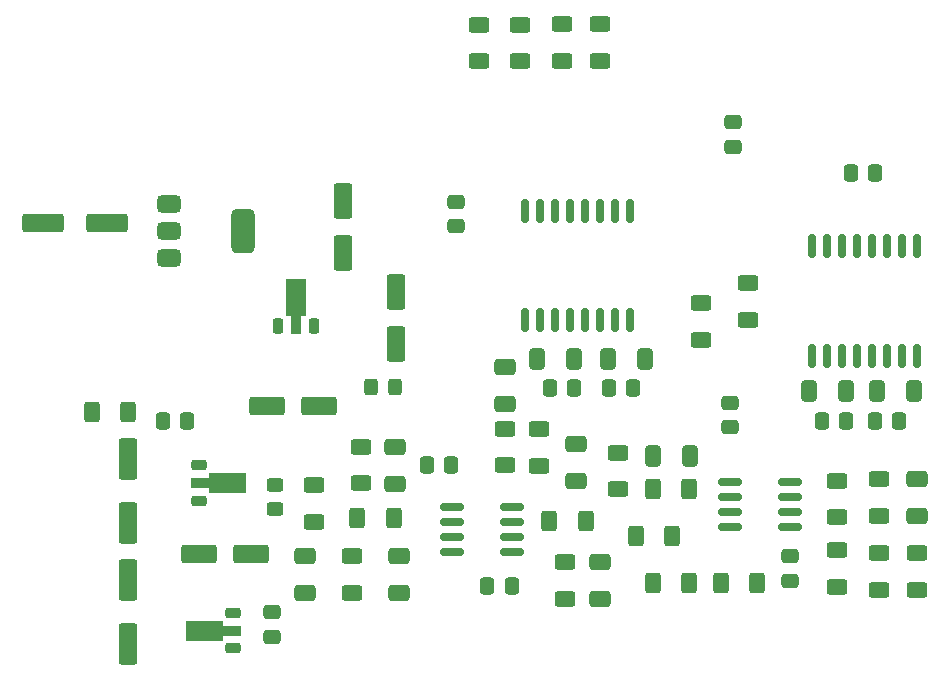
<source format=gbr>
%TF.GenerationSoftware,KiCad,Pcbnew,9.0.1*%
%TF.CreationDate,2025-05-12T14:22:17+02:00*%
%TF.ProjectId,PENDA2,50454e44-4132-42e6-9b69-6361645f7063,rev?*%
%TF.SameCoordinates,Original*%
%TF.FileFunction,Paste,Bot*%
%TF.FilePolarity,Positive*%
%FSLAX46Y46*%
G04 Gerber Fmt 4.6, Leading zero omitted, Abs format (unit mm)*
G04 Created by KiCad (PCBNEW 9.0.1) date 2025-05-12 14:22:17*
%MOMM*%
%LPD*%
G01*
G04 APERTURE LIST*
G04 Aperture macros list*
%AMRoundRect*
0 Rectangle with rounded corners*
0 $1 Rounding radius*
0 $2 $3 $4 $5 $6 $7 $8 $9 X,Y pos of 4 corners*
0 Add a 4 corners polygon primitive as box body*
4,1,4,$2,$3,$4,$5,$6,$7,$8,$9,$2,$3,0*
0 Add four circle primitives for the rounded corners*
1,1,$1+$1,$2,$3*
1,1,$1+$1,$4,$5*
1,1,$1+$1,$6,$7*
1,1,$1+$1,$8,$9*
0 Add four rect primitives between the rounded corners*
20,1,$1+$1,$2,$3,$4,$5,0*
20,1,$1+$1,$4,$5,$6,$7,0*
20,1,$1+$1,$6,$7,$8,$9,0*
20,1,$1+$1,$8,$9,$2,$3,0*%
%AMFreePoly0*
4,1,9,3.862500,-0.866500,0.737500,-0.866500,0.737500,-0.450000,-0.737500,-0.450000,-0.737500,0.450000,0.737500,0.450000,0.737500,0.866500,3.862500,0.866500,3.862500,-0.866500,3.862500,-0.866500,$1*%
G04 Aperture macros list end*
%ADD10RoundRect,0.225000X0.425000X0.225000X-0.425000X0.225000X-0.425000X-0.225000X0.425000X-0.225000X0*%
%ADD11FreePoly0,180.000000*%
%ADD12RoundRect,0.225000X-0.425000X-0.225000X0.425000X-0.225000X0.425000X0.225000X-0.425000X0.225000X0*%
%ADD13FreePoly0,0.000000*%
%ADD14RoundRect,0.375000X-0.625000X-0.375000X0.625000X-0.375000X0.625000X0.375000X-0.625000X0.375000X0*%
%ADD15RoundRect,0.500000X-0.500000X-1.400000X0.500000X-1.400000X0.500000X1.400000X-0.500000X1.400000X0*%
%ADD16RoundRect,0.250000X0.625000X-0.400000X0.625000X0.400000X-0.625000X0.400000X-0.625000X-0.400000X0*%
%ADD17RoundRect,0.250000X1.250000X0.550000X-1.250000X0.550000X-1.250000X-0.550000X1.250000X-0.550000X0*%
%ADD18RoundRect,0.250000X0.400000X0.625000X-0.400000X0.625000X-0.400000X-0.625000X0.400000X-0.625000X0*%
%ADD19RoundRect,0.250000X-0.625000X0.400000X-0.625000X-0.400000X0.625000X-0.400000X0.625000X0.400000X0*%
%ADD20RoundRect,0.250000X0.475000X-0.337500X0.475000X0.337500X-0.475000X0.337500X-0.475000X-0.337500X0*%
%ADD21RoundRect,0.250000X-0.400000X-0.625000X0.400000X-0.625000X0.400000X0.625000X-0.400000X0.625000X0*%
%ADD22RoundRect,0.250000X-0.337500X-0.475000X0.337500X-0.475000X0.337500X0.475000X-0.337500X0.475000X0*%
%ADD23RoundRect,0.250000X-0.650000X0.412500X-0.650000X-0.412500X0.650000X-0.412500X0.650000X0.412500X0*%
%ADD24RoundRect,0.250000X-0.412500X-0.650000X0.412500X-0.650000X0.412500X0.650000X-0.412500X0.650000X0*%
%ADD25RoundRect,0.250000X0.650000X-0.412500X0.650000X0.412500X-0.650000X0.412500X-0.650000X-0.412500X0*%
%ADD26RoundRect,0.225000X0.225000X-0.425000X0.225000X0.425000X-0.225000X0.425000X-0.225000X-0.425000X0*%
%ADD27FreePoly0,90.000000*%
%ADD28RoundRect,0.250000X0.412500X0.650000X-0.412500X0.650000X-0.412500X-0.650000X0.412500X-0.650000X0*%
%ADD29RoundRect,0.250000X0.550000X-1.500000X0.550000X1.500000X-0.550000X1.500000X-0.550000X-1.500000X0*%
%ADD30RoundRect,0.250000X-0.325000X-0.450000X0.325000X-0.450000X0.325000X0.450000X-0.325000X0.450000X0*%
%ADD31RoundRect,0.250000X-0.550000X1.250000X-0.550000X-1.250000X0.550000X-1.250000X0.550000X1.250000X0*%
%ADD32RoundRect,0.250000X0.337500X0.475000X-0.337500X0.475000X-0.337500X-0.475000X0.337500X-0.475000X0*%
%ADD33RoundRect,0.162500X0.825000X0.162500X-0.825000X0.162500X-0.825000X-0.162500X0.825000X-0.162500X0*%
%ADD34RoundRect,0.162500X-0.825000X-0.162500X0.825000X-0.162500X0.825000X0.162500X-0.825000X0.162500X0*%
%ADD35RoundRect,0.250000X-0.475000X0.337500X-0.475000X-0.337500X0.475000X-0.337500X0.475000X0.337500X0*%
%ADD36RoundRect,0.150000X-0.150000X0.875000X-0.150000X-0.875000X0.150000X-0.875000X0.150000X0.875000X0*%
%ADD37RoundRect,0.250000X1.500000X0.550000X-1.500000X0.550000X-1.500000X-0.550000X1.500000X-0.550000X0*%
%ADD38RoundRect,0.250000X0.550000X-1.250000X0.550000X1.250000X-0.550000X1.250000X-0.550000X-1.250000X0*%
%ADD39RoundRect,0.250000X0.450000X-0.325000X0.450000X0.325000X-0.450000X0.325000X-0.450000X-0.325000X0*%
G04 APERTURE END LIST*
D10*
%TO.C,U9*%
X63200000Y-118750000D03*
D11*
X63112500Y-120250000D03*
D10*
X63200000Y-121750000D03*
%TD*%
D12*
%TO.C,U10*%
X60250000Y-109250000D03*
D13*
X60337500Y-107750000D03*
D12*
X60250000Y-106250000D03*
%TD*%
D14*
%TO.C,U11*%
X57750000Y-88750000D03*
X57750000Y-86450000D03*
D15*
X64050000Y-86450000D03*
D14*
X57750000Y-84150000D03*
%TD*%
D16*
%TO.C,R20*%
X102750000Y-95650000D03*
X102750000Y-92550000D03*
%TD*%
D17*
%TO.C,C17*%
X64700000Y-113750000D03*
X60300000Y-113750000D03*
%TD*%
D18*
%TO.C,R17*%
X101800000Y-108250000D03*
X98700000Y-108250000D03*
%TD*%
D19*
%TO.C,R11*%
X114300000Y-113450000D03*
X114300000Y-116550000D03*
%TD*%
%TO.C,R10*%
X114300000Y-107550000D03*
X114300000Y-110650000D03*
%TD*%
D20*
%TO.C,C12*%
X82000000Y-86037500D03*
X82000000Y-83962500D03*
%TD*%
%TO.C,C24*%
X110325000Y-116037500D03*
X110325000Y-113962500D03*
%TD*%
D21*
%TO.C,R18*%
X104450000Y-116250000D03*
X107550000Y-116250000D03*
%TD*%
D19*
%TO.C,R23*%
X87500000Y-68950000D03*
X87500000Y-72050000D03*
%TD*%
%TO.C,R21*%
X94250000Y-68900000D03*
X94250000Y-72000000D03*
%TD*%
D22*
%TO.C,C15*%
X94962500Y-99750000D03*
X97037500Y-99750000D03*
%TD*%
D23*
%TO.C,C5*%
X86150000Y-97937500D03*
X86150000Y-101062500D03*
%TD*%
D24*
%TO.C,C30*%
X117687500Y-100000000D03*
X120812500Y-100000000D03*
%TD*%
D25*
%TO.C,C6*%
X92200000Y-107562500D03*
X92200000Y-104437500D03*
%TD*%
D26*
%TO.C,U8*%
X70000000Y-94500000D03*
D27*
X68500000Y-94412500D03*
D26*
X67000000Y-94500000D03*
%TD*%
D16*
%TO.C,R13*%
X121075000Y-116800000D03*
X121075000Y-113700000D03*
%TD*%
D25*
%TO.C,C7*%
X121075000Y-110562500D03*
X121075000Y-107437500D03*
%TD*%
D21*
%TO.C,R5*%
X89950000Y-111000000D03*
X93050000Y-111000000D03*
%TD*%
D28*
%TO.C,C29*%
X115062500Y-100000000D03*
X111937500Y-100000000D03*
%TD*%
D19*
%TO.C,R8*%
X89050000Y-103200000D03*
X89050000Y-106300000D03*
%TD*%
D23*
%TO.C,C4*%
X94250000Y-114437500D03*
X94250000Y-117562500D03*
%TD*%
D19*
%TO.C,R22*%
X91000000Y-68900000D03*
X91000000Y-72000000D03*
%TD*%
D29*
%TO.C,C19*%
X54250000Y-111150000D03*
X54250000Y-105750000D03*
%TD*%
D19*
%TO.C,R12*%
X117825000Y-107450000D03*
X117825000Y-110550000D03*
%TD*%
%TO.C,R19*%
X106800000Y-90850000D03*
X106800000Y-93950000D03*
%TD*%
D30*
%TO.C,FB4*%
X74825000Y-99600000D03*
X76875000Y-99600000D03*
%TD*%
D17*
%TO.C,C20*%
X70450000Y-101250000D03*
X66050000Y-101250000D03*
%TD*%
D31*
%TO.C,C26*%
X72500000Y-83850000D03*
X72500000Y-88250000D03*
%TD*%
D18*
%TO.C,R4*%
X76800000Y-110750000D03*
X73700000Y-110750000D03*
%TD*%
D25*
%TO.C,C1*%
X69250000Y-117062500D03*
X69250000Y-113937500D03*
%TD*%
D16*
%TO.C,R3*%
X74000000Y-107800000D03*
X74000000Y-104700000D03*
%TD*%
D32*
%TO.C,C10*%
X115075000Y-102500000D03*
X113000000Y-102500000D03*
%TD*%
D24*
%TO.C,C8*%
X98687500Y-105500000D03*
X101812500Y-105500000D03*
%TD*%
D33*
%TO.C,U5*%
X110325000Y-107690000D03*
X110325000Y-108960000D03*
X110325000Y-110230000D03*
X110325000Y-111500000D03*
X105250000Y-111500000D03*
X105250000Y-110230000D03*
X105250000Y-108960000D03*
X105250000Y-107690000D03*
%TD*%
D20*
%TO.C,C27*%
X105500000Y-79287500D03*
X105500000Y-77212500D03*
%TD*%
D34*
%TO.C,U1*%
X81675000Y-113560000D03*
X81675000Y-112290000D03*
X81675000Y-111020000D03*
X81675000Y-109750000D03*
X86750000Y-109750000D03*
X86750000Y-111020000D03*
X86750000Y-112290000D03*
X86750000Y-113560000D03*
%TD*%
D16*
%TO.C,R7*%
X91250000Y-117550000D03*
X91250000Y-114450000D03*
%TD*%
D21*
%TO.C,R9*%
X98700000Y-116250000D03*
X101800000Y-116250000D03*
%TD*%
D35*
%TO.C,C18*%
X66500000Y-118712500D03*
X66500000Y-120787500D03*
%TD*%
D22*
%TO.C,C11*%
X117500000Y-102500000D03*
X119575000Y-102500000D03*
%TD*%
D23*
%TO.C,C2*%
X76850000Y-104687500D03*
X76850000Y-107812500D03*
%TD*%
D19*
%TO.C,R24*%
X84000000Y-68950000D03*
X84000000Y-72050000D03*
%TD*%
%TO.C,R14*%
X117825000Y-113700000D03*
X117825000Y-116800000D03*
%TD*%
D36*
%TO.C,U4*%
X112170000Y-87700000D03*
X113440000Y-87700000D03*
X114710000Y-87700000D03*
X115980000Y-87700000D03*
X117250000Y-87700000D03*
X118520000Y-87700000D03*
X119790000Y-87700000D03*
X121060000Y-87700000D03*
X121060000Y-97000000D03*
X119790000Y-97000000D03*
X118520000Y-97000000D03*
X117250000Y-97000000D03*
X115980000Y-97000000D03*
X114710000Y-97000000D03*
X113440000Y-97000000D03*
X112170000Y-97000000D03*
%TD*%
D28*
%TO.C,C31*%
X92062500Y-97250000D03*
X88937500Y-97250000D03*
%TD*%
D24*
%TO.C,C32*%
X94937500Y-97250000D03*
X98062500Y-97250000D03*
%TD*%
D20*
%TO.C,C22*%
X105250000Y-103037500D03*
X105250000Y-100962500D03*
%TD*%
D23*
%TO.C,C3*%
X77250000Y-113937500D03*
X77250000Y-117062500D03*
%TD*%
D18*
%TO.C,R15*%
X100350000Y-112250000D03*
X97250000Y-112250000D03*
%TD*%
D37*
%TO.C,C28*%
X52500000Y-85750000D03*
X47100000Y-85750000D03*
%TD*%
D19*
%TO.C,R1*%
X70000000Y-107950000D03*
X70000000Y-111050000D03*
%TD*%
D21*
%TO.C,R27*%
X51200000Y-101750000D03*
X54300000Y-101750000D03*
%TD*%
D16*
%TO.C,R2*%
X73250000Y-117050000D03*
X73250000Y-113950000D03*
%TD*%
D32*
%TO.C,C25*%
X81637500Y-106200000D03*
X79562500Y-106200000D03*
%TD*%
D19*
%TO.C,R16*%
X95750000Y-105200000D03*
X95750000Y-108300000D03*
%TD*%
D22*
%TO.C,C21*%
X57212500Y-102500000D03*
X59287500Y-102500000D03*
%TD*%
D36*
%TO.C,U2*%
X87920000Y-84700000D03*
X89190000Y-84700000D03*
X90460000Y-84700000D03*
X91730000Y-84700000D03*
X93000000Y-84700000D03*
X94270000Y-84700000D03*
X95540000Y-84700000D03*
X96810000Y-84700000D03*
X96810000Y-94000000D03*
X95540000Y-94000000D03*
X94270000Y-94000000D03*
X93000000Y-94000000D03*
X91730000Y-94000000D03*
X90460000Y-94000000D03*
X89190000Y-94000000D03*
X87920000Y-94000000D03*
%TD*%
D38*
%TO.C,C13*%
X77000000Y-96000000D03*
X77000000Y-91600000D03*
%TD*%
D19*
%TO.C,R6*%
X86150000Y-103150000D03*
X86150000Y-106250000D03*
%TD*%
D32*
%TO.C,C14*%
X92037500Y-99750000D03*
X89962500Y-99750000D03*
%TD*%
D39*
%TO.C,FB3*%
X66750000Y-110000000D03*
X66750000Y-107950000D03*
%TD*%
D32*
%TO.C,C23*%
X86750000Y-116500000D03*
X84675000Y-116500000D03*
%TD*%
D22*
%TO.C,C9*%
X115462500Y-81500000D03*
X117537500Y-81500000D03*
%TD*%
D29*
%TO.C,C16*%
X54250000Y-121400000D03*
X54250000Y-116000000D03*
%TD*%
M02*

</source>
